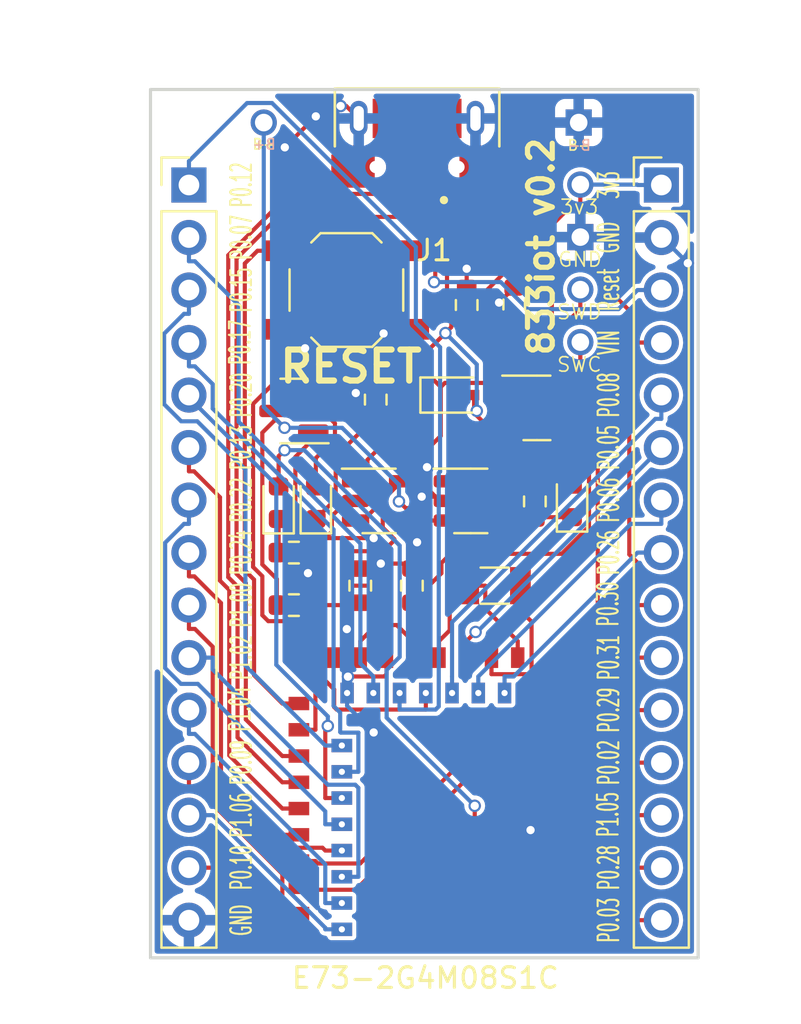
<source format=kicad_pcb>
(kicad_pcb (version 20211014) (generator pcbnew)
  (layers (0 "F.Cu" signal) (31 "B.Cu" signal) (34 "B.Paste" user) (35 "F.Paste" user) (36 "B.SilkS" user "B.Silkscreen") (37 "F.SilkS" user "F.Silkscreen") (38 "B.Mask" user) (39 "F.Mask" user) (44 "Edge.Cuts" user))
  (net 0 "")
  (net 1 "POWER_PIN")
  (net 2 "GND")
  (net 3 "Net-(D3-Pad1)")
  (net 4 "Net-(R8-Pad2)")
  (net 5 "BATTERY_PIN")
  (net 6 "VBAT")
  (net 7 "Net-(R5-Pad1)")
  (net 8 "Net-(D2-Pad1)")
  (net 9 "VBUS")
  (net 10 "Net-(D4-Pad1)")
  (net 11 "Net-(D1-Pad1)")
  (net 13 "nRF_VDD")
  (net 14 "EXT_VCC")
  (net 15 "BLUE_LED")
  (net 16 "Net-(U1-Pad13)")
  (net 17 "Net-(U1-Pad11)")
  (net 18 "DATA-")
  (net 19 "DATA+")
  (net 21 "RESET")
  (net 22 "/P0.08")
  (net 23 "PROG")
  (net 24 "/P0.06")
  (net 25 "/P0.26")
  (net 26 "/P0.30")
  (net 27 "/P0.31")
  (net 28 "/P0.29")
  (net 29 "/P0.02")
  (net 30 "/P1.05")
  (net 31 "/P0.28")
  (net 32 "/P0.03")
  (net 33 "/P0.12")
  (net 34 "/P0.07")
  (net 35 "/P0.15")
  (net 36 "/P0.17")
  (net 37 "/P0.20")
  (net 38 "/P0.13")
  (net 39 "/P0.22")
  (net 40 "/P0.24")
  (net 41 "/P1.00")
  (net 42 "/P1.02")
  (net 43 "/P1.04")
  (net 44 "/P0.09")
  (net 45 "/P1.06")
  (net 46 "/P0.10")
  (net 47 "SWD")
  (net 48 "SWC")
  (footprint "Resistor_SMD:R_0603_1608Metric" (layer "F.Cu") (at 32.9025 41.5278 90)
    (fp_text reference "R8" hide)
    (fp_text value "1K")
  )
  (footprint "833iot:XKB_U254-051T-4BH83-F1S" (layer "F.Cu") (at 27.2025 23.0028 180)
    (fp_text reference "J1")
    (fp_text value "U254-051T-4BH83-F1S")
  )
  (footprint "Button_Switch_SMD:SW_SPST_TL3342" (layer "F.Cu") (at 23.7825 31.3028)
    (fp_text reference "SW1" hide)
    (fp_text value "SW_SPST")
  )
  (footprint "Resistor_SMD:R_0603_1608Metric" (layer "F.Cu") (at 31.9025 32.0028 90)
    (fp_text reference "R9" hide)
    (fp_text value "2M")
  )
  (footprint "Resistor_SMD:R_0603_1608Metric" (layer "F.Cu") (at 29.6025 32.0278 90)
    (fp_text reference "R1" hide)
    (fp_text value "100K")
  )
  (footprint "Resistor_SMD:R_0603_1608Metric" (layer "F.Cu") (at 24.4525 45.6028 90)
    (fp_text reference "R7" hide)
    (fp_text value "2M")
  )
  (footprint "Connector_PinHeader_2.54mm:PinHeader_1x15_P2.54mm_Vertical" (layer "F.Cu") (at 39.0225 26.2228)
    (fp_text reference "J5" hide)
    (fp_text value "Conn_01x15_Male")
  )
  (footprint "833iot:E73-2G4M08S1C-52840" (layer "F.Cu") (at 27.6025 48.7028 -90)
    (fp_text reference "U1" hide)
    (fp_text value "E73-2G4M08S1E")
  )
  (footprint "LED_SMD:LED_0603_1608Metric" (layer "F.Cu") (at 22.3025 41.5903 90)
    (fp_text reference "D4" hide)
    (fp_text value "PURPLE")
  )
  (footprint "LED_SMD:LED_0603_1608Metric" (layer "F.Cu") (at 20.5025 41.5903 90)
    (fp_text reference "D2" hide)
    (fp_text value "BLUE")
  )
  (footprint "Resistor_SMD:R_0603_1608Metric" (layer "F.Cu") (at 21.2425 46.5428)
    (fp_text reference "R6" hide)
    (fp_text value "820K")
  )
  (footprint "LED_SMD:LED_0603_1608Metric" (layer "F.Cu") (at 34.7025 41.5028 90)
    (fp_text reference "D3" hide)
    (fp_text value "RED")
  )
  (footprint "Crystal:Crystal_SMD_3215-2Pin_3.2x1.5mm" (layer "F.Cu") (at 30.9525 45.6028)
    (fp_text reference "X1" hide)
    (fp_text value "32768kHz")
  )
  (footprint "Package_TO_SOT_SMD:SOT-23-5" (layer "F.Cu") (at 29.8025 41.5028)
    (fp_text reference "U3" hide)
    (fp_text value "TP4054")
  )
  (footprint "Resistor_SMD:R_0603_1608Metric" (layer "F.Cu") (at 26.9525 45.6028 90)
    (fp_text reference "R5" hide)
    (fp_text value "RPROG")
  )
  (footprint "833iot:connector_swd" (layer "F.Cu") (at 35.1025 26.2028)
    (fp_text reference "J2" hide)
    (fp_text value "Conn_01x04")
  )
  (footprint "Diode_SMD:D_SOD-323F" (layer "F.Cu") (at 28.8625 36.3828)
    (fp_text reference "D1" hide)
    (fp_text value "1N5819")
  )
  (footprint "Resistor_SMD:R_0603_1608Metric" (layer "F.Cu") (at 21.2425 44.0028)
    (fp_text reference "R4" hide)
    (fp_text value "1K")
  )
  (footprint "Package_TO_SOT_SMD:SOT-23-5" (layer "F.Cu") (at 25.365 41.5028)
    (fp_text reference "U2" hide)
    (fp_text value "AP2112K-3.3")
  )
  (footprint "833iot:connector_bat" (layer "F.Cu") (at 27.4025 23.2028)
    (fp_text reference "J3" hide)
    (fp_text value "Conn_01x02")
  )
  (footprint "Package_TO_SOT_SMD:SOT-23" (layer "F.Cu") (at 21.2425 37.1528 180)
    (fp_text reference "Q1" hide)
    (fp_text value "AO3407")
  )
  (footprint "Connector_PinHeader_2.54mm:PinHeader_1x15_P2.54mm_Vertical" (layer "F.Cu") (at 16.1625 26.2228)
    (fp_text reference "J4" hide)
    (fp_text value "Conn_01x15_Male")
  )
  (footprint "Resistor_SMD:R_0603_1608Metric" (layer "F.Cu") (at 25.2025 36.6028 90)
    (fp_text reference "R2" hide)
    (fp_text value "1K")
  )
  (footprint "Package_TO_SOT_SMD:SOT-23" (layer "F.Cu") (at 33.0025 37.0028)
    (fp_text reference "Q2" hide)
    (fp_text value "AO3407")
  )
  (gr_line (start 40.802533 21.602775) (end 40.802533 63.602775) (layer "Edge.Cuts") (width 0.15))
  (gr_line (start 14.302533 63.602775) (end 14.302533 21.602775) (layer "Edge.Cuts") (width 0.15))
  (gr_line (start 14.302533 21.602775) (end 40.802533 21.602775) (layer "Edge.Cuts") (width 0.15))
  (gr_line (start 40.802533 63.602775) (end 14.302533 63.602775) (layer "Edge.Cuts") (width 0.15))
  (gr_text "833iot v0.2" (at 33.202533 29.202775 90) (layer "F.SilkS") (effects (font (size 1.2 1.2) (thickness 0.25))))
  (gr_text "RESET" (at 24.002533 35.002775) (layer "F.SilkS") (effects (font (size 1.5 1.5) (thickness 0.3))))
  (segment (start 32.065 36.0528) (end 32.065 36.5652) (width 0.2) (layer "F.Cu") (net 1))
  (segment (start 35.5216 42.7391) (end 34.1988 44.0619) (width 0.2) (layer "F.Cu") (net 1))
  (segment (start 34.1988 44.0619) (end 29.3891 44.0619) (width 0.2) (layer "F.Cu") (net 1))
  (segment (start 29.3891 44.0619) (end 28.7798 44.6712) (width 0.2) (layer "F.Cu") (net 1))
  (segment (start 28.2625 49.0838) (end 28.2625 48.2835) (width 0.2) (layer "F.Cu") (net 1))
  (segment (start 32.065 32.9903) (end 32.065 36.0528) (width 0.2) (layer "F.Cu") (net 1))
  (segment (start 28.7798 47.7662) (end 28.2625 48.2835) (width 0.2) (layer "F.Cu") (net 1))
  (segment (start 31.9025 32.8278) (end 32.065 32.9903) (width 0.2) (layer "F.Cu") (net 1))
  (segment (start 28.7798 44.6712) (end 28.7798 47.7662) (width 0.2) (layer "F.Cu") (net 1))
  (segment (start 35.5216 40.0218) (end 35.5216 42.7391) (width 0.2) (layer "F.Cu") (net 1))
  (segment (start 32.065 36.5652) (end 35.5216 40.0218) (width 0.2) (layer "F.Cu") (net 1))
  (segment (start 27.6826 40.8866) (end 28.2988 41.5028) (width 0.2) (layer "F.Cu") (net 2))
  (segment (start 24.5195 25.9698) (end 25.6105 25.9698) (width 0.2) (layer "F.Cu") (net 2))
  (segment (start 24.4647 23.2903) (end 24.7522 23.0028) (width 0.2) (layer "F.Cu") (net 2))
  (segment (start 28.4025 23.0028) (end 29.6528 23.0028) (width 0.2) (layer "F.Cu") (net 2))
  (segment (start 24.6953 36.285) (end 25.2025 35.7778) (width 0.2) (layer "F.Cu") (net 2))
  (segment (start 22.767525 43.302775) (end 25.102533 43.302775) (width 0.2) (layer "F.Cu") (net 2))
  (segment (start 24.1025 25.5528) (end 24.1025 24.4525) (width 0.2) (layer "F.Cu") (net 2))
  (segment (start 24.2364 36.285) (end 24.6953 36.285) (width 0.2) (layer "F.Cu") (net 2))
  (segment (start 24.4525 44.7778) (end 24.6953 44.535) (width 0.2) (layer "F.Cu") (net 2))
  (segment (start 30.0275 23.2903) (end 30.0275 24.1775) (width 0.2) (layer "F.Cu") (net 2))
  (segment (start 24.3775 23.2903) (end 24.4647 23.2903) (width 0.2) (layer "F.Cu") (net 2))
  (segment (start 20.6325 33.2028) (end 21.7828 33.2028) (width 0.2) (layer "F.Cu") (net 2))
  (segment (start 30.0275 24.1775) (end 30.3025 24.4525) (width 0.2) (layer "F.Cu") (net 2))
  (segment (start 30.0275 23.0028) (end 30.0275 23.2903) (width 0.2) (layer "F.Cu") (net 2))
  (segment (start 23.8104 41.5028) (end 24.2275 41.5028) (width 0.2) (layer "F.Cu") (net 2))
  (segment (start 26.9325 33.2028) (end 25.7822 33.2028) (width 0.2) (layer "F.Cu") (net 2))
  (segment (start 25.5813 33.4037) (end 25.7822 33.2028) (width 0.2) (layer "F.Cu") (net 2))
  (segment (start 21.9229 44.9964) (end 21.9229 44.1474) (width 0.2) (layer "F.Cu") (net 2))
  (segment (start 29.9403 23.2903) (end 29.6528 23.0028) (width 0.2) (layer "F.Cu") (net 2))
  (segment (start 30.3025 25.5528) (end 30.3025 24.4525) (width 0.2) (layer "F.Cu") (net 2))
  (segment (start 23.856657 50.003498) (end 23.856657 50.753643) (width 0.2) (layer "F.Cu") (net 2))
  (segment (start 22.0675 44.0028) (end 23.0787 42.9916) (width 0.2) (layer "F.Cu") (net 2))
  (segment (start 30.0275 23.2903) (end 29.9403 23.2903) (width 0.2) (layer "F.Cu") (net 2))
  (segment (start 23.0787 42.9916) (end 23.0787 42.2345) (width 0.2) (layer "F.Cu") (net 2))
  (segment (start 23.0787 42.2345) (end 23.8104 41.5028) (width 0.2) (layer "F.Cu") (net 2))
  (segment (start 25.6121 49.9945) (end 25.7225 49.8841) (width 0.2) (layer "F.Cu") (net 2))
  (segment (start 27.426013 41.29753) (end 28.45973 41.29753) (width 0.2) (layer "F.Cu") (net 2))
  (segment (start 22.0675 44.0028) (end 22.767525 43.302775) (width 0.2) (layer "F.Cu") (net 2))
  (segment (start 23.8155 50.7948) (end 23.8155 49.9945) (width 0.2) (layer "F.Cu") (net 2))
  (segment (start 28.2988 41.5028) (end 28.665 41.5028) (width 0.2) (layer "F.Cu") (net 2))
  (segment (start 29.6025 30.2728) (end 29.6025 31.2028) (width 0.2) (layer "F.Cu") (net 2))
  (segment (start 25.4486 44.535) (end 26.7097 44.535) (width 0.2) (layer "F.Cu") (net 2))
  (segment (start 24.1025 25.5528) (end 24.5195 25.9698) (width 0.2) (layer "F.Cu") (net 2))
  (segment (start 23.777475 22.402775) (end 24.3775 23.0028) (width 0.2) (layer "F.Cu") (net 2))
  (segment (start 21.9229 44.1474) (end 22.0675 44.0028) (width 0.2) (layer "F.Cu") (net 2))
  (segment (start 28.45973 41.29753) (end 28.665 41.5028) (width 0.2) (layer "F.Cu") (net 2))
  (segment (start 27.6826 39.871) (end 27.6826 40.8866) (width 0.2) (layer "F.Cu") (net 2))
  (segment (start 22.302533 22.902775) (end 20.802533 24.402775) (width 0.2) (layer "F.Cu") (net 2))
  (segment (start 24.6953 44.535) (end 25.4486 44.535) (width 0.2) (layer "F.Cu") (net 2))
  (segment (start 25.7225 49.0838) (end 25.7225 49.8841) (width 0.2) (layer "F.Cu") (net 2))
  (segment (start 26.7097 44.535) (end 26.9525 44.7778) (width 0.2) (layer "F.Cu") (net 2))
  (segment (start 25.6105 25.9698) (end 25.9025 25.6778) (width 0.2) (layer "F.Cu") (net 2))
  (segment (start 31.1692 31.9111) (end 31.9025 31.1778) (width 0.2) (layer "F.Cu") (net 2))
  (segment (start 24.3775 24.1775) (end 24.1025 24.4525) (width 0.2) (layer "F.Cu") (net 2))
  (segment (start 26.9525 44.7778) (end 26.9525 43.752808) (width 0.2) (layer "F.Cu") (net 2))
  (segment (start 33.7215 57.6528) (end 32.9212 57.6528) (width 0.2) (layer "F.Cu") (net 2))
  (segment (start 26.0025 23.0028) (end 24.7522 23.0028) (width 0.2) (layer "F.Cu") (net 2))
  (segment (start 23.856657 50.753643) (end 23.8155 50.7948) (width 0.2) (layer "F.Cu") (net 2))
  (segment (start 24.3775 23.0028) (end 24.3775 23.2903) (width 0.2) (layer "F.Cu") (net 2))
  (segment (start 24.3775 23.2903) (end 24.3775 24.1775) (width 0.2) (layer "F.Cu") (net 2))
  (segment (start 23.502533 22.402775) (end 23.777475 22.402775) (width 0.2) (layer "F.Cu") (net 2))
  (segment (start 32.6929 57.4245) (end 32.9212 57.6528) (width 0.2) (layer "F.Cu") (net 2))
  (segment (start 26.9525 43.752808) (end 27.202533 43.502775) (width 0.2) (layer "F.Cu") (net 2))
  (segment (start 21.7828 33.2028) (end 21.7828 34.1195) (width 0.2) (layer "F.Cu") (net 2))
  (segment (start 23.8155 49.9945) (end 25.6121 49.9945) (width 0.2) (layer "F.Cu") (net 2))
  (via (at 23.502533 22.402775) (size 0.6) (drill 0.4) (layers "F.Cu" "B.Cu") (net 2))
  (via (at 25.102533 43.302775) (size 0.6) (drill 0.4) (layers "F.Cu" "B.Cu") (net 2))
  (via (at 21.9229 44.9964) (size 0.6) (drill 0.4) (layers "F.Cu" "B.Cu") (net 2))
  (via (at 40.302533 30.002775) (size 0.6) (drill 0.4) (layers "F.Cu" "B.Cu") (net 2))
  (via (at 22.302533 22.902775) (size 0.6) (drill 0.4) (layers "F.Cu" "B.Cu") (net 2))
  (via (at 23.856657 50.003498) (size 0.6) (drill 0.4) (layers "F.Cu" "B.Cu") (net 2))
  (via (at 20.802533 24.402775) (size 0.6) (drill 0.4) (layers "F.Cu" "B.Cu") (net 2))
  (via (at 27.6826 39.871) (size 0.6) (drill 0.4) (layers "F.Cu" "B.Cu") (net 2))
  (via (at 32.6929 57.4245) (size 0.6) (drill 0.4) (layers "F.Cu" "B.Cu") (net 2))
  (via (at 27.426013 41.29753) (size 0.6) (drill 0.4) (layers "F.Cu" "B.Cu") (net 2))
  (via (at 21.7828 34.1195) (size 0.6) (drill 0.4) (layers "F.Cu" "B.Cu") (net 2))
  (via (at 29.6025 30.2728) (size 0.6) (drill 0.4) (layers "F.Cu" "B.Cu") (net 2))
  (via (at 25.102533 52.702775) (size 0.6) (drill 0.4) (layers "F.Cu" "B.Cu") (net 2))
  (via (at 27.202533 43.502775) (size 0.6) (drill 0.4) (layers "F.Cu" "B.Cu") (net 2))
  (via (at 23.802533 47.702775) (size 0.6) (drill 0.4) (layers "F.Cu" "B.Cu") (net 2))
  (via (at 31.1692 31.9111) (size 0.6) (drill 0.4) (layers "F.Cu" "B.Cu") (net 2))
  (via (at 24.2364 36.285) (size 0.6) (drill 0.4) (layers "F.Cu" "B.Cu") (net 2))
  (via (at 25.4486 44.535) (size 0.6) (drill 0.4) (layers "F.Cu" "B.Cu") (net 2))
  (via (at 25.5813 33.4037) (size 0.6) (drill 0.4) (layers "F.Cu" "B.Cu") (net 2))
  (segment (start 23.8155 50.7948) (end 23.8155 51.415742) (width 0.2) (layer "B.Cu") (net 2))
  (segment (start 23.8155 51.415742) (end 25.102533 52.702775) (width 0.2) (layer "B.Cu") (net 2))
  (segment (start 27.202533 41.52101) (end 27.426013 41.29753) (width 0.2) (layer "B.Cu") (net 2))
  (segment (start 25.102533 43.302775) (end 25.102533 44.188933) (width 0.2) (layer "B.Cu") (net 2))
  (segment (start 23.502533 22.402775) (end 22.802533 22.402775) (width 0.2) (layer "B.Cu") (net 2))
  (segment (start 27.202533 43.502775) (end 27.202533 41.52101) (width 0.2) (layer "B.Cu") (net 2))
  (segment (start 25.102533 44.188933) (end 25.4486 44.535) (width 0.2) (layer "B.Cu") (net 2))
  (segment (start 22.802533 22.402775) (end 22.302533 22.902775) (width 0.2) (layer "B.Cu") (net 2))
  (segment (start 23.802533 49.949374) (end 23.856657 50.003498) (width 0.2) (layer "B.Cu") (net 2))
  (segment (start 39.062558 28.7628) (end 40.302533 30.002775) (width 0.2) (layer "B.Cu") (net 2))
  (segment (start 23.802533 47.702775) (end 23.802533 49.949374) (width 0.2) (layer "B.Cu") (net 2))
  (segment (start 39.0225 28.7628) (end 39.062558 28.7628) (width 0.2) (layer "B.Cu") (net 2))
  (segment (start 32.965 42.2903) (end 32.9025 42.3528) (width 0.2) (layer "F.Cu") (net 3))
  (segment (start 34.7025 42.2903) (end 32.965 42.2903) (width 0.2) (layer "F.Cu") (net 3))
  (segment (start 29.2899 39.9279) (end 32.1276 39.9279) (width 0.2) (layer "F.Cu") (net 4))
  (segment (start 32.1276 39.9279) (end 32.9025 40.7028) (width 0.2) (layer "F.Cu") (net 4))
  (segment (start 28.665 40.5528) (end 29.2899 39.9279) (width 0.2) (layer "F.Cu") (net 4))
  (segment (start 22.5259 49.956) (end 23.1901 50.6202) (width 0.2) (layer "F.Cu") (net 5))
  (segment (start 22.5259 46.5428) (end 22.0675 46.5428) (width 0.2) (layer "F.Cu") (net 5))
  (segment (start 22.5259 46.5428) (end 22.5259 49.956) (width 0.2) (layer "F.Cu") (net 5))
  (segment (start 23.1901 51.4738) (end 23.3114 51.5951) (width 0.2) (layer "F.Cu") (net 5))
  (segment (start 24.4525 46.4278) (end 24.3375 46.5428) (width 0.2) (layer "F.Cu") (net 5))
  (segment (start 23.3114 51.5951) (end 27.6255 51.5951) (width 0.2) (layer "F.Cu") (net 5))
  (segment (start 24.3375 46.5428) (end 22.5259 46.5428) (width 0.2) (layer "F.Cu") (net 5))
  (segment (start 23.1901 50.6202) (end 23.1901 51.4738) (width 0.2) (layer "F.Cu") (net 5))
  (segment (start 27.6255 50.7948) (end 27.6255 51.5951) (width 0.2) (layer "F.Cu") (net 5))
  (segment (start 27.800717 42.4528) (end 28.665 42.4528) (width 0.2) (layer "F.Cu") (net 6))
  (segment (start 20.4175 45.2817) (end 20.4175 46.5428) (width 0.2) (layer "F.Cu") (net 6))
  (segment (start 19.7146 44.5788) (end 20.4175 45.2817) (width 0.2) (layer "F.Cu") (net 6))
  (segment (start 20.305 37.6106) (end 19.7146 38.201) (width 0.2) (layer "F.Cu") (net 6))
  (segment (start 19.7146 38.201) (end 19.7146 44.5788) (width 0.2) (layer "F.Cu") (net 6))
  (segment (start 20.434 37.6106) (end 20.7889 37.9655) (width 0.2) (layer "F.Cu") (net 6))
  (segment (start 26.653038 41.85328) (end 27.201197 41.85328) (width 0.2) (layer "F.Cu") (net 6))
  (segment (start 26.326444 41.526686) (end 26.653038 41.85328) (width 0.2) (layer "F.Cu") (net 6))
  (segment (start 27.201197 41.85328) (end 27.800717 42.4528) (width 0.2) (layer "F.Cu") (net 6))
  (segment (start 20.305 37.1528) (end 20.305 37.6106) (width 0.2) (layer "F.Cu") (net 6))
  (segment (start 20.305 37.6106) (end 20.434 37.6106) (width 0.2) (layer "F.Cu") (net 6))
  (via (at 26.326444 41.526686) (size 0.6) (drill 0.4) (layers "F.Cu" "B.Cu") (net 6))
  (via (at 20.7889 37.9655) (size 0.6) (drill 0.4) (layers "F.Cu" "B.Cu") (net 6))
  (segment (start 19.7825 36.9591) (end 20.7889 37.9655) (width 0.2) (layer "B.Cu") (net 6))
  (segment (start 19.7825 23.2028) (end 19.7825 36.9591) (width 0.2) (layer "B.Cu") (net 6))
  (segment (start 26.326444 41.526686) (end 26.326444 40.717744) (width 0.2) (layer "B.Cu") (net 6))
  (segment (start 23.5742 37.9655) (end 20.7889 37.9655) (width 0.2) (layer "B.Cu") (net 6))
  (segment (start 26.326444 40.717744) (end 23.5742 37.9655) (width 0.2) (layer "B.Cu") (net 6))
  (segment (start 30.002533 43.66238) (end 29.223613 43.662381) (width 0.2) (layer "F.Cu") (net 7))
  (segment (start 29.97798 42.788997) (end 30.002533 42.81355) (width 0.2) (layer "F.Cu") (net 7))
  (segment (start 29.223613 43.662381) (end 28.38028 44.505714) (width 0.2) (layer "F.Cu") (net 7))
  (segment (start 30.802533 41.85328) (end 30.241303 41.85328) (width 0.2) (layer "F.Cu") (net 7))
  (segment (start 30.241303 41.85328) (end 29.97798 42.116603) (width 0.2) (layer "F.Cu") (net 7))
  (segment (start 29.97798 42.116603) (end 29.97798 42.788997) (width 0.2) (layer "F.Cu") (net 7))
  (segment (start 28.38028 44.505714) (end 28.38028 45.00002) (width 0.2) (layer "F.Cu") (net 7))
  (segment (start 28.38028 45.00002) (end 26.9525 46.4278) (width 0.2) (layer "F.Cu") (net 7))
  (segment (start 30.94 40.5528) (end 30.94 41.715813) (width 0.2) (layer "F.Cu") (net 7))
  (segment (start 30.002533 42.81355) (end 30.002533 43.66238) (width 0.2) (layer "F.Cu") (net 7))
  (segment (start 30.94 41.715813) (end 30.802533 41.85328) (width 0.2) (layer "F.Cu") (net 7))
  (segment (start 20.4175 44.0028) (end 20.5025 43.9178) (width 0.2) (layer "F.Cu") (net 8))
  (segment (start 20.5025 43.9178) (end 20.5025 42.3778) (width 0.2) (layer "F.Cu") (net 8))
  (segment (start 28.5727 33.3821) (end 28.5753 33.3847) (width 0.2) (layer "F.Cu") (net 9))
  (segment (start 34.7025 40.7153) (end 34.1554 40.7153) (width 0.2) (layer "F.Cu") (net 9))
  (segment (start 21.4835 52.5728) (end 22.2838 52.5728) (width 0.2) (layer "F.Cu") (net 9))
  (segment (start 22.2838 50.3655) (end 21.3132 49.3949) (width 0.2) (layer "F.Cu") (net 9))
  (segment (start 28.5025 25.6778) (end 28.5025 26.6531) (width 0.2) (layer "F.Cu") (net 9))
  (segment (start 24.6018 34.1784) (end 27.7764 34.1784) (width 0.2) (layer "F.Cu") (net 9))
  (segment (start 34.1284 40.6882) (end 32.2393 38.7992) (width 0.2) (layer "F.Cu") (net 9))
  (segment (start 19.7155 45.1458) (end 19.2665 44.6968) (width 0.2) (layer "F.Cu") (net 9))
  (segment (start 21.3132 47.319) (end 21.3132 39.3752) (width 0.2) (layer "F.Cu") (net 9))
  (segment (start 19.7155 47.0315) (end 19.7155 45.1458) (width 0.2) (layer "F.Cu") (net 9))
  (segment (start 31.865 41.5278) (end 30.94 42.4528) (width 0.2) (layer "F.Cu") (net 9))
  (segment (start 28.6513 32.6438) (end 28.8603 32.8528) (width 0.2) (layer "F.Cu") (net 9))
  (segment (start 20.003 47.319) (end 19.7155 47.0315) (width 0.2) (layer "F.Cu") (net 9))
  (segment (start 21.359 34.7199) (end 24.0603 34.7199) (width 0.2) (layer "F.Cu") (net 9))
  (segment (start 29.6025 32.8528) (end 28.8603 32.8528) (width 0.2) (layer "F.Cu") (net 9))
  (segment (start 28.5025 26.6531) (end 28.6513 26.8019) (width 0.2) (layer "F.Cu") (net 9))
  (segment (start 19.2665 44.6968) (end 19.2665 36.8124) (width 0.2) (layer "F.Cu") (net 9))
  (segment (start 32.2393 38.7992) (end 31.5134 38.7992) (width 0.2) (layer "F.Cu") (net 9))
  (segment (start 28.8603 32.8528) (end 28.8603 33.0945) (width 0.2) (layer "F.Cu") (net 9))
  (segment (start 28.8603 33.0945) (end 28.5727 33.3821) (width 0.2) (layer "F.Cu") (net 9))
  (segment (start 27.7764 34.1784) (end 28.5727 33.3821) (width 0.2) (layer "F.Cu") (net 9))
  (segment (start 21.3132 49.3949) (end 21.3132 47.319) (width 0.2) (layer "F.Cu") (net 9))
  (segment (start 22.2838 52.5728) (end 22.2838 50.3655) (width 0.2) (layer "F.Cu") (net 9))
  (segment (start 24.0603 34.7199) (end 24.6018 34.1784) (width 0.2) (layer "F.Cu") (net 9))
  (segment (start 28.6513 26.8019) (end 28.6513 32.6438) (width 0.2) (layer "F.Cu") (net 9))
  (segment (start 34.1284 40.6882) (end 33.2888 41.5278) (width 0.2) (layer "F.Cu") (net 9))
  (segment (start 29.9625 36.3828) (end 29.9625 37.0193) (width 0.2) (layer "F.Cu") (net 9))
  (segment (start 29.9625 37.0193) (end 30.091 37.1478) (width 0.2) (layer "F.Cu") (net 9))
  (segment (start 21.3132 47.319) (end 20.003 47.319) (width 0.2) (layer "F.Cu") (net 9))
  (segment (start 22.18 38.5084) (end 22.18 38.1028) (width 0.2) (layer "F.Cu") (net 9))
  (segment (start 31.5134 38.7992) (end 30.091 37.3768) (width 0.2) (layer "F.Cu") (net 9))
  (segment (start 21.3132 39.3752) (end 22.18 38.5084) (width 0.2) (layer "F.Cu") (net 9))
  (segment (start 19.2665 36.8124) (end 21.359 34.7199) (width 0.2) (layer "F.Cu") (net 9))
  (segment (start 33.2888 41.5278) (end 31.865 41.5278) (width 0.2) (layer "F.Cu") (net 9))
  (segment (start 34.1554 40.7153) (end 34.1284 40.6882) (width 0.2) (layer "F.Cu") (net 9))
  (segment (start 30.091 37.3768) (end 30.091 37.1478) (width 0.2) (layer "F.Cu") (net 9))
  (via (at 28.5753 33.3847) (size 0.6) (drill 0.4) (layers "F.Cu" "B.Cu") (net 9))
  (via (at 30.091 37.1478) (size 0.6) (drill 0.4) (layers "F.Cu" "B.Cu") (net 9))
  (segment (start 28.5753 33.3847) (end 30.091 34.9004) (width 0.2) (layer "B.Cu") (net 9))
  (segment (start 30.091 34.9004) (end 30.091 37.1478) (width 0.2) (layer "B.Cu") (net 9))
  (segment (start 23.2641 41.4162) (end 23.2641 39.3662) (width 0.2) (layer "F.Cu") (net 10))
  (segment (start 23.2641 39.3662) (end 25.2025 37.4278) (width 0.2) (layer "F.Cu") (net 10))
  (segment (start 22.3025 42.3778) (end 23.2641 41.4162) (width 0.2) (layer "F.Cu") (net 10))
  (segment (start 24.5799 42.4528) (end 25.2287 41.804) (width 0.2) (layer "F.Cu") (net 11))
  (segment (start 25.2287 41.804) (end 25.2287 40.9808) (width 0.2) (layer "F.Cu") (net 11))
  (segment (start 24.8007 39.5161) (end 26.6643 37.6525) (width 0.2) (layer "F.Cu") (net 11))
  (segment (start 22.18 36.2028) (end 22.8731 36.8959) (width 0.2) (layer "F.Cu") (net 11))
  (segment (start 25.2287 40.9808) (end 24.8007 40.5528) (width 0.2) (layer "F.Cu") (net 11))
  (segment (start 24.5505 36.8959) (end 24.761 36.6854) (width 0.2) (layer "F.Cu") (net 11))
  (segment (start 27.7625 36.3828) (end 27.7625 36.9331) (width 0.2) (layer "F.Cu") (net 11))
  (segment (start 26.6643 37.6525) (end 27.3837 36.9331) (width 0.2) (layer "F.Cu") (net 11))
  (segment (start 24.8007 40.5528) (end 24.8007 39.5161) (width 0.2) (layer "F.Cu") (net 11))
  (segment (start 22.8731 36.8959) (end 24.5505 36.8959) (width 0.2) (layer "F.Cu") (net 11))
  (segment (start 24.2275 42.4528) (end 24.5799 42.4528) (width 0.2) (layer "F.Cu") (net 11))
  (segment (start 27.3837 36.9331) (end 27.7625 36.9331) (width 0.2) (layer "F.Cu") (net 11))
  (segment (start 24.8007 40.5528) (end 24.2275 40.5528) (width 0.2) (layer "F.Cu") (net 11))
  (segment (start 25.6971 36.6854) (end 26.6643 37.6525) (width 0.2) (layer "F.Cu") (net 11))
  (segment (start 24.761 36.6854) (end 25.6971 36.6854) (width 0.2) (layer "F.Cu") (net 11))
  (segment (start 21.1414 36.6017) (end 21.836 37.2963) (width 0.2) (layer "F.Cu") (net 13))
  (segment (start 25.62822 41.377088) (end 26.452508 40.5528) (width 0.2) (layer "F.Cu") (net 13))
  (segment (start 21.4975 35.5037) (end 21.1414 35.8598) (width 0.2) (layer "F.Cu") (net 13))
  (segment (start 25.54048 42.116603) (end 25.62822 42.028863) (width 0.2) (layer "F.Cu") (net 13))
  (segment (start 28.5459 35.7961) (end 28.349 35.993) (width 0.2) (layer "F.Cu") (net 13))
  (segment (start 25.54048 42.788997) (end 25.54048 42.116603) (width 0.2) (layer "F.Cu") (net 13))
  (segment (start 24.4525 48.2835) (end 25.2287 47.5073) (width 0.2) (layer "F.Cu") (net 13))
  (segment (start 24.113384 43.935489) (end 25.569819 43.935489) (width 0.2) (layer "F.Cu") (net 13))
  (segment (start 22.7735 37.2963) (end 23.2275 37.7503) (width 0.2) (layer "F.Cu") (net 13))
  (segment (start 26.102533 43.35105) (end 25.54048 42.788997) (width 0.2) (layer "F.Cu") (net 13))
  (segment (start 25.62822 42.028863) (end 25.62822 41.377088) (width 0.2) (layer "F.Cu") (net 13))
  (segment (start 26.452508 40.5528) (end 26.5025 40.5528) (width 0.2) (layer "F.Cu") (net 13))
  (segment (start 21.1414 35.8598) (end 21.1414 36.6017) (width 0.2) (layer "F.Cu") (net 13))
  (segment (start 35.1025 26.2028) (end 35.1025 27.1381) (width 0.2) (layer "F.Cu") (net 13))
  (segment (start 25.2287 46.0037) (end 24.8278 45.6028) (width 0.2) (layer "F.Cu") (net 13))
  (segment (start 23.6671 44.381773) (end 24.113384 43.935489) (width 0.2) (layer "F.Cu") (net 13))
  (segment (start 26.9925 49.0838) (end 26.9925 48.2835) (width 0.2) (layer "F.Cu") (net 13))
  (segment (start 25.569819 43.935489) (end 26.102533 43.402775) (width 0.2) (layer "F.Cu") (net 13))
  (segment (start 25.2287 47.5073) (end 25.2287 46.0037) (width 0.2) (layer "F.Cu") (net 13))
  (segment (start 30.5533 36.4411) (end 30.5533 35.7961) (width 0.2) (layer "F.Cu") (net 13))
  (segment (start 25.2287 47.5073) (end 26.2163 47.5073) (width 0.2) (layer "F.Cu") (net 13))
  (segment (start 24.0429 35.5037) (end 21.4975 35.5037) (width 0.2) (layer "F.Cu") (net 13))
  (segment (start 28.349 38.3557) (end 28.349 35.993) (width 0.2) (layer "F.Cu") (net 13))
  (segment (start 22.3025 39.4305) (end 22.3025 40.8028) (width 0.2) (layer "F.Cu") (net 13))
  (segment (start 30.5533 31.3366) (end 34.7518 27.1381) (width 0.2) (layer "F.Cu") (net 13))
  (segment (start 26.102533 43.402775) (end 26.102533 43.35105) (width 0.2) (layer "F.Cu") (net 13))
  (segment (start 32.065 37.9528) (end 30.5533 36.4411) (width 0.2) (layer "F.Cu") (net 13))
  (segment (start 24.8278 45.6028) (end 24.0311 45.6028) (width 0.2) (layer "F.Cu") (net 13))
  (segment (start 21.836 37.2963) (end 22.7735 37.2963) (width 0.2) (layer "F.Cu") (net 13))
  (segment (start 23.2275 38.5055) (end 22.3025 39.4305) (width 0.2) (layer "F.Cu") (net 13))
  (segment (start 26.2163 47.5073) (end 26.9925 48.2835) (width 0.2) (layer "F.Cu") (net 13))
  (segment (start 30.5533 35.7961) (end 28.5459 35.7961) (width 0.2) (layer "F.Cu") (net 13))
  (segment (start 24.4765 35.0701) (end 24.0429 35.5037) (width 0.2) (layer "F.Cu") (net 13))
  (segment (start 24.4525 49.0838) (end 24.4525 48.2835) (width 0.2) (layer "F.Cu") (net 13))
  (segment (start 26.5025 40.5528) (end 26.5025 40.2022) (width 0.2) (layer "F.Cu") (net 13))
  (segment (start 27.4261 35.0701) (end 24.4765 35.0701) (width 0.2) (layer "F.Cu") (net 13))
  (segment (start 34.7518 27.1381) (end 35.1025 27.1381) (width 0.2) (layer "F.Cu") (net 13))
  (segment (start 26.5025 40.2022) (end 28.349 38.3557) (width 0.2) (layer "F.Cu") (net 13))
  (segment (start 23.2275 37.7503) (end 23.2275 38.5055) (width 0.2) (layer "F.Cu") (net 13))
  (segment (start 30.5533 35.7961) (end 30.5533 31.3366) (width 0.2) (layer "F.Cu") (net 13))
  (segment (start 24.0311 45.6028) (end 23.6671 45.2388) (width 0.2) (layer "F.Cu") (net 13))
  (segment (start 28.349 35.993) (end 27.4261 35.0701) (width 0.2) (layer "F.Cu") (net 13))
  (segment (start 23.6671 45.2388) (end 23.6671 44.381773) (width 0.2) (layer "F.Cu") (net 13))
  (segment (start 35.1025 26.2028) (end 37.8522 26.2028) (width 0.2) (layer "B.Cu") (net 13))
  (segment (start 39.0225 26.2228) (end 37.8722 26.2228) (width 0.2) (layer "B.Cu") (net 13))
  (segment (start 37.8522 26.2028) (end 37.8722 26.2228) (width 0.2) (layer "B.Cu") (net 13))
  (segment (start 39.0225 33.8428) (end 37.8722 33.8428) (width 0.2) (layer "F.Cu") (net 14))
  (segment (start 37.8722 32.6925) (end 37.8722 33.8428) (width 0.2) (layer "F.Cu") (net 14))
  (segment (start 34.6856 30.3023) (end 35.482 30.3023) (width 0.2) (layer "F.Cu") (net 14))
  (segment (start 33.94 37.0028) (end 33.7231 36.7859) (width 0.2) (layer "F.Cu") (net 14))
  (segment (start 33.7231 36.7859) (end 33.7231 31.2648) (width 0.2) (layer "F.Cu") (net 14))
  (segment (start 33.7231 31.2648) (end 34.6856 30.3023) (width 0.2) (layer "F.Cu") (net 14))
  (segment (start 35.482 30.3023) (end 37.8722 32.6925) (width 0.2) (layer "F.Cu") (net 14))
  (segment (start 29.9916 56.25) (end 29.9915 56.25) (width 0.2) (layer "F.Cu") (net 15))
  (segment (start 20.7906 39.0488) (end 20.5025 39.3369) (width 0.2) (layer "F.Cu") (net 15))
  (segment (start 29.9916 58.5332) (end 29.9916 56.25) (width 0.2) (layer "F.Cu") (net 15))
  (segment (start 32.9212 61.4628) (end 29.9916 58.5332) (width 0.2) (layer "F.Cu") (net 15))
  (segment (start 20.5025 39.3369) (end 20.5025 40.8028) (width 0.2) (layer "F.Cu") (net 15))
  (segment (start 33.7215 61.4628) (end 32.9212 61.4628) (width 0.2) (layer "F.Cu") (net 15))
  (via (at 29.9915 56.25) (size 0.6) (drill 0.4) (layers "F.Cu" "B.Cu") (net 15))
  (via (at 20.7906 39.0488) (size 0.6) (drill 0.4) (layers "F.Cu" "B.Cu") (net 15))
  (segment (start 29.9915 56.25) (end 25.7301 51.9886) (width 0.2) (layer "B.Cu") (net 15))
  (segment (start 26.3604 43.660642) (end 21.748558 39.0488) (width 0.2) (layer "B.Cu") (net 15))
  (segment (start 26.3604 49.0482) (end 26.3604 43.660642) (width 0.2) (layer "B.Cu") (net 15))
  (segment (start 25.7301 51.9886) (end 25.7301 49.6785) (width 0.2) (layer "B.Cu") (net 15))
  (segment (start 25.7301 49.6785) (end 26.3604 49.0482) (width 0.2) (layer "B.Cu") (net 15))
  (segment (start 21.748558 39.0488) (end 20.7906 39.0488) (width 0.2) (layer "B.Cu") (net 15))
  (segment (start 32.5795 49.8841) (end 32.7425 49.7211) (width 0.2) (layer "F.Cu") (net 16))
  (segment (start 32.2025 45.6028) (end 32.2025 46.8031) (width 0.2) (layer "F.Cu") (net 16))
  (segment (start 32.7425 47.3431) (end 32.2025 46.8031) (width 0.2) (layer "F.Cu") (net 16))
  (segment (start 32.7425 49.7211) (end 32.7425 47.3431) (width 0.2) (layer "F.Cu") (net 16))
  (segment (start 30.8025 49.0838) (end 30.8025 49.8841) (width 0.2) (layer "F.Cu") (net 16))
  (segment (start 30.8025 49.8841) (end 32.5795 49.8841) (width 0.2) (layer "F.Cu") (net 16))
  (segment (start 32.0725 49.0838) (end 32.0725 48.2835) (width 0.2) (layer "F.Cu") (net 17))
  (segment (start 30.5028 46.7138) (end 30.5028 45.6028) (width 0.2) (layer "F.Cu") (net 17))
  (segment (start 32.0725 48.2835) (end 30.5028 46.7138) (width 0.2) (layer "F.Cu") (net 17))
  (segment (start 29.7025 45.6028) (end 30.5028 45.6028) (width 0.2) (layer "F.Cu") (net 17))
  (segment (start 18.4659 45.0284) (end 18.9149 45.4774) (width 0.2) (layer "F.Cu") (net 18))
  (segment (start 26.7693 27.7662) (end 20.4825 27.7662) (width 0.2) (layer "F.Cu") (net 18))
  (segment (start 18.9149 45.4774) (end 18.9149 52.0745) (width 0.2) (layer "F.Cu") (net 18))
  (segment (start 21.4835 53.8428) (end 20.6832 53.8428) (width 0.2) (layer "F.Cu") (net 18))
  (segment (start 27.8525 26.683) (end 26.7693 27.7662) (width 0.2) (layer "F.Cu") (net 18))
  (segment (start 27.8525 25.6778) (end 27.8525 26.683) (width 0.2) (layer "F.Cu") (net 18))
  (segment (start 20.4825 27.7662) (end 18.4659 29.7828) (width 0.2) (layer "F.Cu") (net 18))
  (segment (start 18.4659 29.7828) (end 18.4659 45.0284) (width 0.2) (layer "F.Cu") (net 18))
  (segment (start 18.9149 52.0745) (end 20.6832 53.8428) (width 0.2) (layer "F.Cu") (net 18))
  (segment (start 18.0656 45.1942) (end 18.5146 45.6432) (width 0.2) (layer "F.Cu") (net 19))
  (segment (start 21.4835 55.1128) (end 20.6832 55.1128) (width 0.2) (layer "F.Cu") (net 19))
  (segment (start 27.2025 26.6531) (end 21.0295 26.6531) (width 0.2) (layer "F.Cu") (net 19))
  (segment (start 18.5146 45.6432) (end 18.5146 52.9442) (width 0.2) (layer "F.Cu") (net 19))
  (segment (start 18.0656 29.617) (end 18.0656 45.1942) (width 0.2) (layer "F.Cu") (net 19))
  (segment (start 18.5146 52.9442) (end 20.6832 55.1128) (width 0.2) (layer "F.Cu") (net 19))
  (segment (start 27.2025 25.6778) (end 27.2025 26.6531) (width 0.2) (layer "F.Cu") (net 19))
  (segment (start 21.0295 26.6531) (end 18.0656 29.617) (width 0.2) (layer "F.Cu") (net 19))
  (segment (start 26.9325 29.4028) (end 20.6325 29.4028) (width 0.2) (layer "F.Cu") (net 21))
  (segment (start 19.4822 29.4028) (end 18.8662 30.0188) (width 0.2) (layer "F.Cu") (net 21))
  (segment (start 19.3152 49.9348) (end 20.6832 51.3028) (width 0.2) (layer "F.Cu") (net 21))
  (segment (start 20.6325 29.4028) (end 19.4822 29.4028) (width 0.2) (layer "F.Cu") (net 21))
  (segment (start 28.0828 29.4028) (end 28.0828 30.861) (width 0.2) (layer "F.Cu") (net 21))
  (segment (start 21.4835 51.3028) (end 20.6832 51.3028) (width 0.2) (layer "F.Cu") (net 21))
  (segment (start 19.3152 45.3116) (end 19.3152 49.9348) (width 0.2) (layer "F.Cu") (net 21))
  (segment (start 26.9325 29.4028) (end 28.0828 29.4028) (width 0.2) (layer "F.Cu") (net 21))
  (segment (start 18.8662 44.8626) (end 19.3152 45.3116) (width 0.2) (layer "F.Cu") (net 21))
  (segment (start 28.0828 30.861) (end 28.0252 30.9186) (width 0.2) (layer "F.Cu") (net 21))
  (segment (start 18.8662 30.0188) (end 18.8662 44.8626) (width 0.2) (layer "F.Cu") (net 21))
  (via (at 28.0252 30.9186) (size 0.6) (drill 0.4) (layers "F.Cu" "B.Cu") (net 21))
  (segment (start 32.558 32.2272) (end 31.2494 30.9186) (width 0.2) (layer "B.Cu") (net 21))
  (segment (start 37.8722 31.3028) (end 36.9478 32.2272) (width 0.2) (layer "B.Cu") (net 21))
  (segment (start 36.9478 32.2272) (end 32.558 32.2272) (width 0.2) (layer "B.Cu") (net 21))
  (segment (start 31.2494 30.9186) (end 28.0252 30.9186) (width 0.2) (layer "B.Cu") (net 21))
  (segment (start 39.0225 31.3028) (end 37.8722 31.3028) (width 0.2) (layer "B.Cu") (net 21))
  (segment (start 38.7349 37.5331) (end 28.8955 47.3725) (width 0.2) (layer "B.Cu") (net 22))
  (segment (start 39.0225 37.5331) (end 38.7349 37.5331) (width 0.2) (layer "B.Cu") (net 22))
  (segment (start 39.0225 36.3828) (end 39.0225 37.5331) (width 0.2) (layer "B.Cu") (net 22))
  (segment (start 28.8955 47.3725) (end 28.8955 49.9945) (width 0.2) (layer "B.Cu") (net 22))
  (segment (start 28.8955 50.7948) (end 28.8955 49.9945) (width 0.2) (layer "B.Cu") (net 22))
  (segment (start 29.5928 48.2835) (end 29.5325 48.2835) (width 0.2) (layer "F.Cu") (net 23))
  (segment (start 29.5325 49.0838) (end 29.5325 48.2835) (width 0.2) (layer "F.Cu") (net 23))
  (segment (start 30.0337 47.8426) (end 29.5928 48.2835) (width 0.2) (layer "F.Cu") (net 23))
  (via (at 30.0337 47.8426) (size 0.6) (drill 0.4) (layers "F.Cu" "B.Cu") (net 23))
  (segment (start 30.1027 47.8426) (end 30.0337 47.8426) (width 0.2) (layer "B.Cu") (net 23))
  (segment (start 39.0225 38.9228) (end 30.1027 47.8426) (width 0.2) (layer "B.Cu") (net 23))
  (segment (start 39.0225 41.4628) (end 39.0225 42.6131) (width 0.2) (layer "B.Cu") (net 24))
  (segment (start 37.5469 42.6131) (end 30.1655 49.9945) (width 0.2) (layer "B.Cu") (net 24))
  (segment (start 39.0225 42.6131) (end 37.5469 42.6131) (width 0.2) (layer "B.Cu") (net 24))
  (segment (start 30.1655 50.7948) (end 30.1655 49.9945) (width 0.2) (layer "B.Cu") (net 24))
  (segment (start 37.8722 44.0028) (end 31.8805 49.9945) (width 0.2) (layer "B.Cu") (net 25))
  (segment (start 39.0225 44.0028) (end 37.8722 44.0028) (width 0.2) (layer "B.Cu") (net 25))
  (segment (start 31.4355 50.7948) (end 31.4355 49.9945) (width 0.2) (layer "B.Cu") (net 25))
  (segment (start 31.8805 49.9945) (end 31.4355 49.9945) (width 0.2) (layer "B.Cu") (net 25))
  (segment (start 33.7215 51.3028) (end 34.5218 51.3028) (width 0.2) (layer "F.Cu") (net 26))
  (segment (start 37.8722 46.5428) (end 37.8722 47.9524) (width 0.2) (layer "F.Cu") (net 26))
  (segment (start 37.8722 47.9524) (end 34.5218 51.3028) (width 0.2) (layer "F.Cu") (net 26))
  (segment (start 39.0225 46.5428) (end 37.8722 46.5428) (width 0.2) (layer "F.Cu") (net 26))
  (segment (start 33.7215 52.5728) (end 34.5218 52.5728) (width 0.2) (layer "F.Cu") (net 27))
  (segment (start 37.8722 49.0828) (end 37.8722 49.2224) (width 0.2) (layer "F.Cu") (net 27))
  (segment (start 37.8722 49.2224) (end 34.5218 52.5728) (width 0.2) (layer "F.Cu") (net 27))
  (segment (start 39.0225 49.0828) (end 37.8722 49.0828) (width 0.2) (layer "F.Cu") (net 27))
  (segment (start 35.6522 53.8428) (end 33.7215 53.8428) (width 0.2) (layer "F.Cu") (net 28))
  (segment (start 39.0225 51.6228) (end 37.8722 51.6228) (width 0.2) (layer "F.Cu") (net 28))
  (segment (start 37.8722 51.6228) (end 35.6522 53.8428) (width 0.2) (layer "F.Cu") (net 28))
  (segment (start 37.8722 54.1628) (end 36.9222 55.1128) (width 0.2) (layer "F.Cu") (net 29))
  (segment (start 36.9222 55.1128) (end 33.7215 55.1128) (width 0.2) (layer "F.Cu") (net 29))
  (segment (start 39.0225 54.1628) (end 37.8722 54.1628) (width 0.2) (layer "F.Cu") (net 29))
  (segment (start 33.7215 56.3828) (end 34.5218 56.3828) (width 0.2) (layer "F.Cu") (net 30))
  (segment (start 34.8418 56.7028) (end 34.5218 56.3828) (width 0.2) (layer "F.Cu") (net 30))
  (segment (start 39.0225 56.7028) (end 34.8418 56.7028) (width 0.2) (layer "F.Cu") (net 30))
  (segment (start 34.8418 59.2428) (end 34.5218 58.9228) (width 0.2) (layer "F.Cu") (net 31))
  (segment (start 33.7215 58.9228) (end 34.5218 58.9228) (width 0.2) (layer "F.Cu") (net 31))
  (segment (start 39.0225 59.2428) (end 34.8418 59.2428) (width 0.2) (layer "F.Cu") (net 31))
  (segment (start 39.0225 61.7828) (end 37.8722 61.7828) (width 0.2) (layer "F.Cu") (net 32))
  (segment (start 37.8722 61.7828) (end 36.2822 60.1928) (width 0.2) (layer "F.Cu") (net 32))
  (segment (start 36.2822 60.1928) (end 33.7215 60.1928) (width 0.2) (layer "F.Cu") (net 32))
  (segment (start 28.1006 51.5951) (end 28.2508 51.4449) (width 0.2) (layer "B.Cu") (net 33))
  (segment (start 16.1625 26.2228) (end 16.1625 25.0725) (width 0.2) (layer "B.Cu") (net 33))
  (segment (start 20.1829 22.2564) (end 18.9786 22.2564) (width 0.2) (layer "B.Cu") (net 33))
  (segment (start 26.3555 50.7948) (end 26.3555 51.5951) (width 0.2) (layer "B.Cu") (net 33))
  (segment (start 27.1438 29.2173) (end 20.1829 22.2564) (width 0.2) (layer "B.Cu") (net 33))
  (segment (start 28.2508 51.4449) (end 28.2508 40.1518) (width 0.2) (layer "B.Cu") (net 33))
  (segment (start 28.3162 40.0864) (end 28.3162 34.0693) (width 0.2) (layer "B.Cu") (net 33))
  (segment (start 26.3555 51.5951) (end 28.1006 51.5951) (width 0.2) (layer "B.Cu") (net 33))
  (segment (start 18.9786 22.2564) (end 16.1625 25.0725) (width 0.2) (layer "B.Cu") (net 33))
  (segment (start 28.2508 40.1518) (end 28.3162 40.0864) (width 0.2) (layer "B.Cu") (net 33))
  (segment (start 28.3162 34.0693) (end 27.1438 32.8969) (width 0.2) (layer "B.Cu") (net 33))
  (segment (start 27.1438 32.8969) (end 27.1438 29.2173) (width 0.2) (layer "B.Cu") (net 33))
  (segment (start 24.4602 49.3692) (end 25.0855 49.9945) (width 0.2) (layer "B.Cu") (net 34))
  (segment (start 16.1625 29.9131) (end 16.4501 29.9131) (width 0.2) (layer "B.Cu") (net 34))
  (segment (start 24.4602 43.5673) (end 24.4602 49.3692) (width 0.2) (layer "B.Cu") (net 34))
  (segment (start 18.5692 32.0322) (end 18.5692 37.6763) (width 0.2) (layer "B.Cu") (net 34))
  (segment (start 25.0855 50.7948) (end 25.0855 49.9945) (width 0.2) (layer "B.Cu") (net 34))
  (segment (start 16.1625 28.7628) (end 16.1625 29.9131) (width 0.2) (layer "B.Cu") (net 34))
  (segment (start 16.4501 29.9131) (end 18.5692 32.0322) (width 0.2) (layer "B.Cu") (net 34))
  (segment (start 18.5692 37.6763) (end 24.4602 43.5673) (width 0.2) (layer "B.Cu") (net 34))
  (segment (start 15.9241 32.4531) (end 16.1625 32.4531) (width 0.2) (layer "B.Cu") (net 35))
  (segment (start 22.7612 53.3348) (end 18.8959 49.4695) (width 0.2) (layer "B.Cu") (net 35))
  (segment (start 14.9635 36.827) (end 14.9635 33.4137) (width 0.2) (layer "B.Cu") (net 35))
  (segment (start 23.5615 53.3348) (end 22.7612 53.3348) (width 0.2) (layer "B.Cu") (net 35))
  (segment (start 18.8959 49.4695) (end 18.8959 39.982) (width 0.2) (layer "B.Cu") (net 35))
  (segment (start 18.8959 39.982) (end 16.5667 37.6528) (width 0.2) (layer "B.Cu") (net 35))
  (segment (start 16.1625 31.3028) (end 16.1625 32.4531) (width 0.2) (layer "B.Cu") (net 35))
  (segment (start 15.7893 37.6528) (end 14.9635 36.827) (width 0.2) (layer "B.Cu") (net 35))
  (segment (start 14.9635 33.4137) (end 15.9241 32.4531) (width 0.2) (layer "B.Cu") (net 35))
  (segment (start 16.5667 37.6528) (end 15.7893 37.6528) (width 0.2) (layer "B.Cu") (net 35))
  (segment (start 16.1625 34.9931) (end 16.1625 33.8428) (width 0.2) (layer "B.Cu") (net 36))
  (segment (start 24.3618 54.6048) (end 24.3618 52.711078) (width 0.2) (layer "B.Cu") (net 36))
  (segment (start 23.482811 52.683053) (end 23.482811 51.739411) (width 0.2) (layer "B.Cu") (net 36))
  (segment (start 23.1617 42.8863) (end 17.3128 37.0374) (width 0.2) (layer "B.Cu") (net 36))
  (segment (start 16.4502 34.9931) (end 16.1625 34.9931) (width 0.2) (layer "B.Cu") (net 36))
  (segment (start 24.3618 52.711078) (end 24.361011 52.710289) (width 0.2) (layer "B.Cu") (net 36))
  (segment (start 23.1617 51.4183) (end 23.1617 42.8863) (width 0.2) (layer "B.Cu") (net 36))
  (segment (start 23.5615 54.6048) (end 24.3618 54.6048) (width 0.2) (layer "B.Cu") (net 36))
  (segment (start 24.361011 52.710289) (end 23.510047 52.710289) (width 0.2) (layer "B.Cu") (net 36))
  (segment (start 17.3128 37.0374) (end 17.3128 35.8557) (width 0.2) (layer "B.Cu") (net 36))
  (segment (start 17.3128 35.8557) (end 16.4502 34.9931) (width 0.2) (layer "B.Cu") (net 36))
  (segment (start 23.510047 52.710289) (end 23.482811 52.683053) (width 0.2) (layer "B.Cu") (net 36))
  (segment (start 23.482811 51.739411) (end 23.1617 51.4183) (width 0.2) (layer "B.Cu") (net 36))
  (segment (start 22.7612 52.512115) (end 22.7612 55.8748) (width 0.2) (layer "F.Cu") (net 37))
  (segment (start 22.7612 55.8748) (end 23.5615 55.8748) (width 0.2) (layer "F.Cu") (net 37))
  (segment (start 22.8833 52.390015) (end 22.7612 52.512115) (width 0.2) (layer "F.Cu") (net 37))
  (via (at 22.8833 52.390015) (size 0.6) (drill 0.4) (layers "F.Cu" "B.Cu") (net 37))
  (segment (start 20.3906 49.4316) (end 20.3906 40.7306) (width 0.2) (layer "B.Cu") (net 37))
  (segment (start 22.8833 51.9243) (end 20.3906 49.4316) (width 0.2) (layer "B.Cu") (net 37))
  (segment (start 16.1625 36.5025) (end 16.1625 36.3828) (width 0.2) (layer "B.Cu") (net 37))
  (segment (start 22.8833 52.390015) (end 22.8833 51.9243) (width 0.2) (layer "B.Cu") (net 37))
  (segment (start 20.3906 40.7306) (end 16.1625 36.5025) (width 0.2) (layer "B.Cu") (net 37))
  (segment (start 17.6653 41.3281) (end 17.6653 45.36) (width 0.2) (layer "F.Cu") (net 38))
  (segment (start 21.4835 56.3828) (end 20.6832 56.3828) (width 0.2) (layer "F.Cu") (net 38))
  (segment (start 18.1143 45.809) (end 18.1143 53.8139) (width 0.2) (layer "F.Cu") (net 38))
  (segment (start 16.1625 38.9228) (end 16.1625 40.0731) (width 0.2) (layer "F.Cu") (net 38))
  (segment (start 16.4103 40.0731) (end 17.6653 41.3281) (width 0.2) (layer "F.Cu") (net 38))
  (segment (start 17.6653 45.36) (end 18.1143 45.809) (width 0.2) (layer "F.Cu") (net 38))
  (segment (start 16.1625 40.0731) (end 16.4103 40.0731) (width 0.2) (layer "F.Cu") (net 38))
  (segment (start 18.1143 53.8139) (end 20.6832 56.3828) (width 0.2) (layer "F.Cu") (net 38))
  (segment (start 22.7612 57.1448) (end 22.7612 56.5195) (width 0.2) (layer "B.Cu") (net 39))
  (segment (start 22.7612 56.5195) (end 16.5945 50.3528) (width 0.2) (layer "B.Cu") (net 39))
  (segment (start 15.0121 43.5251) (end 15.9241 42.6131) (width 0.2) (layer "B.Cu") (net 39))
  (segment (start 15.0121 49.588) (end 15.0121 43.5251) (width 0.2) (layer "B.Cu") (net 39))
  (segment (start 16.1625 41.4628) (end 16.1625 42.6131) (width 0.2) (layer "B.Cu") (net 39))
  (segment (start 15.9241 42.6131) (end 16.1625 42.6131) (width 0.2) (layer "B.Cu") (net 39))
  (segment (start 23.5615 57.1448) (end 22.7612 57.1448) (width 0.2) (layer "B.Cu") (net 39))
  (segment (start 16.5945 50.3528) (end 15.7769 50.3528) (width 0.2) (layer "B.Cu") (net 39))
  (segment (start 15.7769 50.3528) (end 15.0121 49.588) (width 0.2) (layer "B.Cu") (net 39))
  (segment (start 16.1625 45.1531) (end 16.426 45.1531) (width 0.2) (layer "F.Cu") (net 40))
  (segment (start 17.7131 46.4402) (end 17.7131 54.6827) (width 0.2) (layer "F.Cu") (net 40))
  (segment (start 21.4835 57.6528) (end 20.6832 57.6528) (width 0.2) (layer "F.Cu") (net 40))
  (segment (start 17.7131 54.6827) (end 20.6832 57.6528) (width 0.2) (layer "F.Cu") (net 40))
  (segment (start 16.426 45.1531) (end 17.7131 46.4402) (width 0.2) (layer "F.Cu") (net 40))
  (segment (start 16.1625 44.0028) (end 16.1625 45.1531) (width 0.2) (layer "F.Cu") (net 40))
  (segment (start 20.7288 58.2782) (end 22.6246 58.2782) (width 0.2) (layer "F.Cu") (net 41))
  (segment (start 16.1625 47.6931) (end 16.4502 47.6931) (width 0.2) (layer "F.Cu") (net 41))
  (segment (start 16.1625 46.5428) (end 16.1625 47.6931) (width 0.2) (layer "F.Cu") (net 41))
  (segment (start 23.5615 58.4148) (end 22.7612 58.4148) (width 0.2) (layer "F.Cu") (net 41))
  (segment (start 17.3128 54.8622) (end 20.7288 58.2782) (width 0.2) (layer "F.Cu") (net 41))
  (segment (start 17.3128 48.5557) (end 17.3128 54.8622) (width 0.2) (layer "F.Cu") (net 41))
  (segment (start 16.4502 47.6931) (end 17.3128 48.5557) (width 0.2) (layer "F.Cu") (net 41))
  (segment (start 22.6246 58.2782) (end 22.7612 58.4148) (width 0.2) (layer "F.Cu") (net 41))
  (segment (start 17.3128 49.658) (end 22.885 55.2302) (width 0.2) (layer "B.Cu") (net 42))
  (segment (start 22.885 55.2302) (end 24.211 55.2302) (width 0.2) (layer "B.Cu") (net 42))
  (segment (start 23.5615 59.6848) (end 24.3618 59.6848) (width 0.2) (layer "B.Cu") (net 42))
  (segment (start 16.1625 49.0828) (end 17.3128 49.0828) (width 0.2) (layer "B.Cu") (net 42))
  (segment (start 24.211 55.2302) (end 24.3618 55.381) (width 0.2) (layer "B.Cu") (net 42))
  (segment (start 24.3618 55.381) (end 24.3618 59.6848) (width 0.2) (layer "B.Cu") (net 42))
  (segment (start 17.3128 49.0828) (end 17.3128 49.658) (width 0.2) (layer "B.Cu") (net 42))
  (segment (start 16.1625 51.6228) (end 16.1625 52.7731) (width 0.2) (layer "B.Cu") (net 43))
  (segment (start 23.5615 60.9548) (end 22.7612 60.9548) (width 0.2) (layer "B.Cu") (net 43))
  (segment (start 16.1625 52.7731) (end 16.4502 52.7731) (width 0.2) (layer "B.Cu") (net 43))
  (segment (start 22.7612 59.0841) (end 22.7612 60.9548) (width 0.2) (layer "B.Cu") (net 43))
  (segment (start 16.4502 52.7731) (end 22.7612 59.0841) (width 0.2) (layer "B.Cu") (net 43))
  (segment (start 20.6832 59.5461) (end 20.6832 61.4628) (width 0.2) (layer "F.Cu") (net 44))
  (segment (start 16.1625 54.1628) (end 16.1625 55.3131) (width 0.2) (layer "F.Cu") (net 44))
  (segment (start 21.4835 61.4628) (end 20.6832 61.4628) (width 0.2) (layer "F.Cu") (net 44))
  (segment (start 16.4502 55.3131) (end 20.6832 59.5461) (width 0.2) (layer "F.Cu") (net 44))
  (segment (start 16.1625 55.3131) (end 16.4502 55.3131) (width 0.2) (layer "F.Cu") (net 44))
  (segment (start 23.5615 62.2248) (end 22.7612 62.2248) (width 0.2) (layer "B.Cu") (net 45))
  (segment (start 17.3128 56.7028) (end 22.7612 62.1512) (width 0.2) (layer "B.Cu") (net 45))
  (segment (start 16.1625 56.7028) (end 17.3128 56.7028) (width 0.2) (layer "B.Cu") (net 45))
  (segment (start 22.7612 62.1512) (end 22.7612 62.2248) (width 0.2) (layer "B.Cu") (net 45))
  (segment (start 21.4835 62.7328) (end 20.6832 62.7328) (width 0.2) (layer "F.Cu") (net 46))
  (segment (start 20.6832 62.6132) (end 20.6832 62.7328) (width 0.2) (layer "F.Cu") (net 46))
  (segment (start 16.1625 59.2428) (end 17.3128 59.2428) (width 0.2) (layer "F.Cu") (net 46))
  (segment (start 17.3128 59.2428) (end 20.6832 62.6132) (width 0.2) (layer "F.Cu") (net 46))
  (segment (start 24.4484 59.0402) (end 35.945 47.5436) (width 0.2) (layer "F.Cu") (net 47))
  (segment (start 34.1235 35.3211) (end 34.1235 33.1971) (width 0.2) (layer "F.Cu") (net 47))
  (segment (start 21.4835 58.9228) (end 22.2838 58.9228) (width 0.2) (layer "F.Cu") (net 47))
  (segment (start 34.1235 33.1971) (end 35.1025 32.2181) (width 0.2) (layer "F.Cu") (net 47))
  (segment (start 22.4012 59.0402) (end 24.4484 59.0402) (width 0.2) (layer "F.Cu") (net 47))
  (segment (start 35.1025 31.2828) (end 35.1025 32.2181) (width 0.2) (layer "F.Cu") (net 47))
  (segment (start 35.945 37.1426) (end 34.1235 35.3211) (width 0.2) (layer "F.Cu") (net 47))
  (segment (start 35.945 47.5436) (end 35.945 37.1426) (width 0.2) (layer "F.Cu") (net 47))
  (segment (start 22.2838 58.9228) (end 22.4012 59.0402) (width 0.2) (layer "F.Cu") (net 47))
  (segment (start 38.3923 52.8928) (end 39.3939 52.8928) (width 0.2) (layer "F.Cu") (net 48))
  (segment (start 30.0622 54.4875) (end 36.7976 54.4875) (width 0.2) (layer "F.Cu") (net 48))
  (segment (start 22.2838 60.1928) (end 22.4012 60.3102) (width 0.2) (layer "F.Cu") (net 48))
  (segment (start 40.181 52.1057) (end 40.181 46.0248) (width 0.2) (layer "F.Cu") (net 48))
  (segment (start 37.4718 44.0941) (end 37.4718 37.1274) (width 0.2) (layer "F.Cu") (net 48))
  (segment (start 35.1025 33.8228) (end 35.1025 34.7581) (width 0.2) (layer "F.Cu") (net 48))
  (segment (start 39.429 45.2728) (end 38.6505 45.2728) (width 0.2) (layer "F.Cu") (net 48))
  (segment (start 21.4835 60.1928) (end 22.2838 60.1928) (width 0.2) (layer "F.Cu") (net 48))
  (segment (start 39.3939 52.8928) (end 40.181 52.1057) (width 0.2) (layer "F.Cu") (net 48))
  (segment (start 22.4012 60.3102) (end 24.2395 60.3102) (width 0.2) (layer "F.Cu") (net 48))
  (segment (start 38.6505 45.2728) (end 37.4718 44.0941) (width 0.2) (layer "F.Cu") (net 48))
  (segment (start 24.2395 60.3102) (end 30.0622 54.4875) (width 0.2) (layer "F.Cu") (net 48))
  (segment (start 40.181 46.0248) (end 39.429 45.2728) (width 0.2) (layer "F.Cu") (net 48))
  (segment (start 37.4718 37.1274) (end 35.1025 34.7581) (width 0.2) (layer "F.Cu") (net 48))
  (segment (start 36.7976 54.4875) (end 38.3923 52.8928) (width 0.2) (layer "F.Cu") (net 48))
  (zone (net 2) (net_name "GND") (layer "B.Cu") (connect_pads (clearance 0.2)) (min_thickness 0.254) (fill yes (thermal_gap 0.508) (thermal_bridge_width 0.508))
    (polygon (pts (xy 41.702533 64.602775) (xy 13.702533 64.702775) (xy 13.702533 20.602775) (xy 41.702533 20.602775)))
  )
)
</source>
